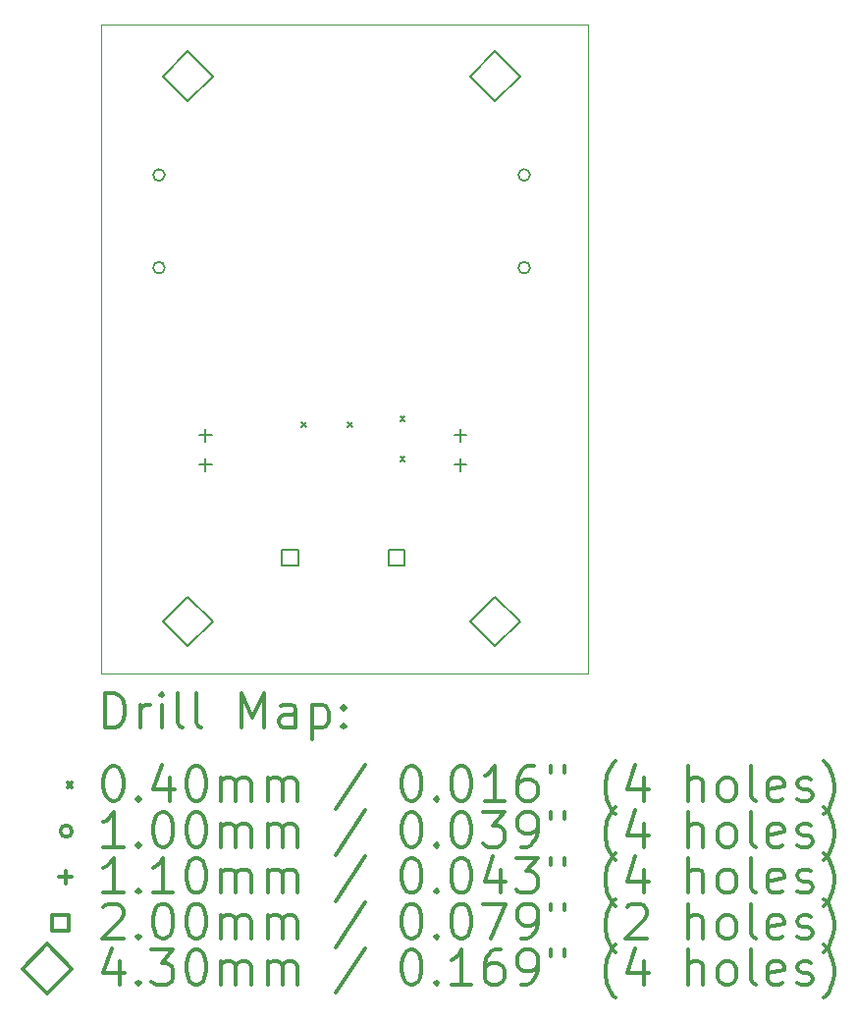
<source format=gbr>
%FSLAX45Y45*%
G04 Gerber Fmt 4.5, Leading zero omitted, Abs format (unit mm)*
G04 Created by KiCad (PCBNEW 5.1.6-c6e7f7d~87~ubuntu20.04.1) date 2020-09-21 11:45:57*
%MOMM*%
%LPD*%
G01*
G04 APERTURE LIST*
%TA.AperFunction,Profile*%
%ADD10C,0.050000*%
%TD*%
%ADD11C,0.200000*%
%ADD12C,0.300000*%
G04 APERTURE END LIST*
D10*
X3700000Y-1900000D02*
X7900000Y-1900000D01*
X3700000Y-1900000D02*
X3700000Y-7500000D01*
X7900000Y-7500000D02*
X3700000Y-7500000D01*
X7900000Y-1900000D02*
X7900000Y-7500000D01*
D11*
X5430000Y-5330000D02*
X5470000Y-5370000D01*
X5470000Y-5330000D02*
X5430000Y-5370000D01*
X5830000Y-5330000D02*
X5870000Y-5370000D01*
X5870000Y-5330000D02*
X5830000Y-5370000D01*
X6280000Y-5280000D02*
X6320000Y-5320000D01*
X6320000Y-5280000D02*
X6280000Y-5320000D01*
X6280000Y-5630000D02*
X6320000Y-5670000D01*
X6320000Y-5630000D02*
X6280000Y-5670000D01*
X7400000Y-3200000D02*
G75*
G03*
X7400000Y-3200000I-50000J0D01*
G01*
X7400000Y-4000000D02*
G75*
G03*
X7400000Y-4000000I-50000J0D01*
G01*
X4250000Y-3200000D02*
G75*
G03*
X4250000Y-3200000I-50000J0D01*
G01*
X4250000Y-4000000D02*
G75*
G03*
X4250000Y-4000000I-50000J0D01*
G01*
X4600000Y-5391000D02*
X4600000Y-5501000D01*
X4545000Y-5446000D02*
X4655000Y-5446000D01*
X4600000Y-5645000D02*
X4600000Y-5755000D01*
X4545000Y-5700000D02*
X4655000Y-5700000D01*
X6800000Y-5391000D02*
X6800000Y-5501000D01*
X6745000Y-5446000D02*
X6855000Y-5446000D01*
X6800000Y-5645000D02*
X6800000Y-5755000D01*
X6745000Y-5700000D02*
X6855000Y-5700000D01*
X5400711Y-6570711D02*
X5400711Y-6429289D01*
X5259289Y-6429289D01*
X5259289Y-6570711D01*
X5400711Y-6570711D01*
X6320711Y-6570711D02*
X6320711Y-6429289D01*
X6179289Y-6429289D01*
X6179289Y-6570711D01*
X6320711Y-6570711D01*
X4450000Y-2565000D02*
X4665000Y-2350000D01*
X4450000Y-2135000D01*
X4235000Y-2350000D01*
X4450000Y-2565000D01*
X4450000Y-7265000D02*
X4665000Y-7050000D01*
X4450000Y-6835000D01*
X4235000Y-7050000D01*
X4450000Y-7265000D01*
X7100000Y-7265000D02*
X7315000Y-7050000D01*
X7100000Y-6835000D01*
X6885000Y-7050000D01*
X7100000Y-7265000D01*
X7100000Y-2565000D02*
X7315000Y-2350000D01*
X7100000Y-2135000D01*
X6885000Y-2350000D01*
X7100000Y-2565000D01*
D12*
X3736428Y-7968214D02*
X3736428Y-7668214D01*
X3807857Y-7668214D01*
X3850714Y-7682500D01*
X3879286Y-7711071D01*
X3893571Y-7739643D01*
X3907857Y-7796786D01*
X3907857Y-7839643D01*
X3893571Y-7896786D01*
X3879286Y-7925357D01*
X3850714Y-7953929D01*
X3807857Y-7968214D01*
X3736428Y-7968214D01*
X4036428Y-7968214D02*
X4036428Y-7768214D01*
X4036428Y-7825357D02*
X4050714Y-7796786D01*
X4065000Y-7782500D01*
X4093571Y-7768214D01*
X4122143Y-7768214D01*
X4222143Y-7968214D02*
X4222143Y-7768214D01*
X4222143Y-7668214D02*
X4207857Y-7682500D01*
X4222143Y-7696786D01*
X4236429Y-7682500D01*
X4222143Y-7668214D01*
X4222143Y-7696786D01*
X4407857Y-7968214D02*
X4379286Y-7953929D01*
X4365000Y-7925357D01*
X4365000Y-7668214D01*
X4565000Y-7968214D02*
X4536429Y-7953929D01*
X4522143Y-7925357D01*
X4522143Y-7668214D01*
X4907857Y-7968214D02*
X4907857Y-7668214D01*
X5007857Y-7882500D01*
X5107857Y-7668214D01*
X5107857Y-7968214D01*
X5379286Y-7968214D02*
X5379286Y-7811071D01*
X5365000Y-7782500D01*
X5336429Y-7768214D01*
X5279286Y-7768214D01*
X5250714Y-7782500D01*
X5379286Y-7953929D02*
X5350714Y-7968214D01*
X5279286Y-7968214D01*
X5250714Y-7953929D01*
X5236429Y-7925357D01*
X5236429Y-7896786D01*
X5250714Y-7868214D01*
X5279286Y-7853929D01*
X5350714Y-7853929D01*
X5379286Y-7839643D01*
X5522143Y-7768214D02*
X5522143Y-8068214D01*
X5522143Y-7782500D02*
X5550714Y-7768214D01*
X5607857Y-7768214D01*
X5636428Y-7782500D01*
X5650714Y-7796786D01*
X5665000Y-7825357D01*
X5665000Y-7911071D01*
X5650714Y-7939643D01*
X5636428Y-7953929D01*
X5607857Y-7968214D01*
X5550714Y-7968214D01*
X5522143Y-7953929D01*
X5793571Y-7939643D02*
X5807857Y-7953929D01*
X5793571Y-7968214D01*
X5779286Y-7953929D01*
X5793571Y-7939643D01*
X5793571Y-7968214D01*
X5793571Y-7782500D02*
X5807857Y-7796786D01*
X5793571Y-7811071D01*
X5779286Y-7796786D01*
X5793571Y-7782500D01*
X5793571Y-7811071D01*
X3410000Y-8442500D02*
X3450000Y-8482500D01*
X3450000Y-8442500D02*
X3410000Y-8482500D01*
X3793571Y-8298214D02*
X3822143Y-8298214D01*
X3850714Y-8312500D01*
X3865000Y-8326786D01*
X3879286Y-8355357D01*
X3893571Y-8412500D01*
X3893571Y-8483929D01*
X3879286Y-8541072D01*
X3865000Y-8569643D01*
X3850714Y-8583929D01*
X3822143Y-8598214D01*
X3793571Y-8598214D01*
X3765000Y-8583929D01*
X3750714Y-8569643D01*
X3736428Y-8541072D01*
X3722143Y-8483929D01*
X3722143Y-8412500D01*
X3736428Y-8355357D01*
X3750714Y-8326786D01*
X3765000Y-8312500D01*
X3793571Y-8298214D01*
X4022143Y-8569643D02*
X4036428Y-8583929D01*
X4022143Y-8598214D01*
X4007857Y-8583929D01*
X4022143Y-8569643D01*
X4022143Y-8598214D01*
X4293571Y-8398214D02*
X4293571Y-8598214D01*
X4222143Y-8283929D02*
X4150714Y-8498214D01*
X4336429Y-8498214D01*
X4507857Y-8298214D02*
X4536429Y-8298214D01*
X4565000Y-8312500D01*
X4579286Y-8326786D01*
X4593571Y-8355357D01*
X4607857Y-8412500D01*
X4607857Y-8483929D01*
X4593571Y-8541072D01*
X4579286Y-8569643D01*
X4565000Y-8583929D01*
X4536429Y-8598214D01*
X4507857Y-8598214D01*
X4479286Y-8583929D01*
X4465000Y-8569643D01*
X4450714Y-8541072D01*
X4436429Y-8483929D01*
X4436429Y-8412500D01*
X4450714Y-8355357D01*
X4465000Y-8326786D01*
X4479286Y-8312500D01*
X4507857Y-8298214D01*
X4736429Y-8598214D02*
X4736429Y-8398214D01*
X4736429Y-8426786D02*
X4750714Y-8412500D01*
X4779286Y-8398214D01*
X4822143Y-8398214D01*
X4850714Y-8412500D01*
X4865000Y-8441072D01*
X4865000Y-8598214D01*
X4865000Y-8441072D02*
X4879286Y-8412500D01*
X4907857Y-8398214D01*
X4950714Y-8398214D01*
X4979286Y-8412500D01*
X4993571Y-8441072D01*
X4993571Y-8598214D01*
X5136429Y-8598214D02*
X5136429Y-8398214D01*
X5136429Y-8426786D02*
X5150714Y-8412500D01*
X5179286Y-8398214D01*
X5222143Y-8398214D01*
X5250714Y-8412500D01*
X5265000Y-8441072D01*
X5265000Y-8598214D01*
X5265000Y-8441072D02*
X5279286Y-8412500D01*
X5307857Y-8398214D01*
X5350714Y-8398214D01*
X5379286Y-8412500D01*
X5393571Y-8441072D01*
X5393571Y-8598214D01*
X5979286Y-8283929D02*
X5722143Y-8669643D01*
X6365000Y-8298214D02*
X6393571Y-8298214D01*
X6422143Y-8312500D01*
X6436428Y-8326786D01*
X6450714Y-8355357D01*
X6465000Y-8412500D01*
X6465000Y-8483929D01*
X6450714Y-8541072D01*
X6436428Y-8569643D01*
X6422143Y-8583929D01*
X6393571Y-8598214D01*
X6365000Y-8598214D01*
X6336428Y-8583929D01*
X6322143Y-8569643D01*
X6307857Y-8541072D01*
X6293571Y-8483929D01*
X6293571Y-8412500D01*
X6307857Y-8355357D01*
X6322143Y-8326786D01*
X6336428Y-8312500D01*
X6365000Y-8298214D01*
X6593571Y-8569643D02*
X6607857Y-8583929D01*
X6593571Y-8598214D01*
X6579286Y-8583929D01*
X6593571Y-8569643D01*
X6593571Y-8598214D01*
X6793571Y-8298214D02*
X6822143Y-8298214D01*
X6850714Y-8312500D01*
X6865000Y-8326786D01*
X6879286Y-8355357D01*
X6893571Y-8412500D01*
X6893571Y-8483929D01*
X6879286Y-8541072D01*
X6865000Y-8569643D01*
X6850714Y-8583929D01*
X6822143Y-8598214D01*
X6793571Y-8598214D01*
X6765000Y-8583929D01*
X6750714Y-8569643D01*
X6736428Y-8541072D01*
X6722143Y-8483929D01*
X6722143Y-8412500D01*
X6736428Y-8355357D01*
X6750714Y-8326786D01*
X6765000Y-8312500D01*
X6793571Y-8298214D01*
X7179286Y-8598214D02*
X7007857Y-8598214D01*
X7093571Y-8598214D02*
X7093571Y-8298214D01*
X7065000Y-8341071D01*
X7036428Y-8369643D01*
X7007857Y-8383929D01*
X7436428Y-8298214D02*
X7379286Y-8298214D01*
X7350714Y-8312500D01*
X7336428Y-8326786D01*
X7307857Y-8369643D01*
X7293571Y-8426786D01*
X7293571Y-8541072D01*
X7307857Y-8569643D01*
X7322143Y-8583929D01*
X7350714Y-8598214D01*
X7407857Y-8598214D01*
X7436428Y-8583929D01*
X7450714Y-8569643D01*
X7465000Y-8541072D01*
X7465000Y-8469643D01*
X7450714Y-8441072D01*
X7436428Y-8426786D01*
X7407857Y-8412500D01*
X7350714Y-8412500D01*
X7322143Y-8426786D01*
X7307857Y-8441072D01*
X7293571Y-8469643D01*
X7579286Y-8298214D02*
X7579286Y-8355357D01*
X7693571Y-8298214D02*
X7693571Y-8355357D01*
X8136428Y-8712500D02*
X8122143Y-8698214D01*
X8093571Y-8655357D01*
X8079286Y-8626786D01*
X8065000Y-8583929D01*
X8050714Y-8512500D01*
X8050714Y-8455357D01*
X8065000Y-8383929D01*
X8079286Y-8341071D01*
X8093571Y-8312500D01*
X8122143Y-8269643D01*
X8136428Y-8255357D01*
X8379286Y-8398214D02*
X8379286Y-8598214D01*
X8307857Y-8283929D02*
X8236428Y-8498214D01*
X8422143Y-8498214D01*
X8765000Y-8598214D02*
X8765000Y-8298214D01*
X8893571Y-8598214D02*
X8893571Y-8441072D01*
X8879286Y-8412500D01*
X8850714Y-8398214D01*
X8807857Y-8398214D01*
X8779286Y-8412500D01*
X8765000Y-8426786D01*
X9079286Y-8598214D02*
X9050714Y-8583929D01*
X9036429Y-8569643D01*
X9022143Y-8541072D01*
X9022143Y-8455357D01*
X9036429Y-8426786D01*
X9050714Y-8412500D01*
X9079286Y-8398214D01*
X9122143Y-8398214D01*
X9150714Y-8412500D01*
X9165000Y-8426786D01*
X9179286Y-8455357D01*
X9179286Y-8541072D01*
X9165000Y-8569643D01*
X9150714Y-8583929D01*
X9122143Y-8598214D01*
X9079286Y-8598214D01*
X9350714Y-8598214D02*
X9322143Y-8583929D01*
X9307857Y-8555357D01*
X9307857Y-8298214D01*
X9579286Y-8583929D02*
X9550714Y-8598214D01*
X9493571Y-8598214D01*
X9465000Y-8583929D01*
X9450714Y-8555357D01*
X9450714Y-8441072D01*
X9465000Y-8412500D01*
X9493571Y-8398214D01*
X9550714Y-8398214D01*
X9579286Y-8412500D01*
X9593571Y-8441072D01*
X9593571Y-8469643D01*
X9450714Y-8498214D01*
X9707857Y-8583929D02*
X9736429Y-8598214D01*
X9793571Y-8598214D01*
X9822143Y-8583929D01*
X9836429Y-8555357D01*
X9836429Y-8541072D01*
X9822143Y-8512500D01*
X9793571Y-8498214D01*
X9750714Y-8498214D01*
X9722143Y-8483929D01*
X9707857Y-8455357D01*
X9707857Y-8441072D01*
X9722143Y-8412500D01*
X9750714Y-8398214D01*
X9793571Y-8398214D01*
X9822143Y-8412500D01*
X9936429Y-8712500D02*
X9950714Y-8698214D01*
X9979286Y-8655357D01*
X9993571Y-8626786D01*
X10007857Y-8583929D01*
X10022143Y-8512500D01*
X10022143Y-8455357D01*
X10007857Y-8383929D01*
X9993571Y-8341071D01*
X9979286Y-8312500D01*
X9950714Y-8269643D01*
X9936429Y-8255357D01*
X3450000Y-8858500D02*
G75*
G03*
X3450000Y-8858500I-50000J0D01*
G01*
X3893571Y-8994214D02*
X3722143Y-8994214D01*
X3807857Y-8994214D02*
X3807857Y-8694214D01*
X3779286Y-8737072D01*
X3750714Y-8765643D01*
X3722143Y-8779929D01*
X4022143Y-8965643D02*
X4036428Y-8979929D01*
X4022143Y-8994214D01*
X4007857Y-8979929D01*
X4022143Y-8965643D01*
X4022143Y-8994214D01*
X4222143Y-8694214D02*
X4250714Y-8694214D01*
X4279286Y-8708500D01*
X4293571Y-8722786D01*
X4307857Y-8751357D01*
X4322143Y-8808500D01*
X4322143Y-8879929D01*
X4307857Y-8937072D01*
X4293571Y-8965643D01*
X4279286Y-8979929D01*
X4250714Y-8994214D01*
X4222143Y-8994214D01*
X4193571Y-8979929D01*
X4179286Y-8965643D01*
X4165000Y-8937072D01*
X4150714Y-8879929D01*
X4150714Y-8808500D01*
X4165000Y-8751357D01*
X4179286Y-8722786D01*
X4193571Y-8708500D01*
X4222143Y-8694214D01*
X4507857Y-8694214D02*
X4536429Y-8694214D01*
X4565000Y-8708500D01*
X4579286Y-8722786D01*
X4593571Y-8751357D01*
X4607857Y-8808500D01*
X4607857Y-8879929D01*
X4593571Y-8937072D01*
X4579286Y-8965643D01*
X4565000Y-8979929D01*
X4536429Y-8994214D01*
X4507857Y-8994214D01*
X4479286Y-8979929D01*
X4465000Y-8965643D01*
X4450714Y-8937072D01*
X4436429Y-8879929D01*
X4436429Y-8808500D01*
X4450714Y-8751357D01*
X4465000Y-8722786D01*
X4479286Y-8708500D01*
X4507857Y-8694214D01*
X4736429Y-8994214D02*
X4736429Y-8794214D01*
X4736429Y-8822786D02*
X4750714Y-8808500D01*
X4779286Y-8794214D01*
X4822143Y-8794214D01*
X4850714Y-8808500D01*
X4865000Y-8837072D01*
X4865000Y-8994214D01*
X4865000Y-8837072D02*
X4879286Y-8808500D01*
X4907857Y-8794214D01*
X4950714Y-8794214D01*
X4979286Y-8808500D01*
X4993571Y-8837072D01*
X4993571Y-8994214D01*
X5136429Y-8994214D02*
X5136429Y-8794214D01*
X5136429Y-8822786D02*
X5150714Y-8808500D01*
X5179286Y-8794214D01*
X5222143Y-8794214D01*
X5250714Y-8808500D01*
X5265000Y-8837072D01*
X5265000Y-8994214D01*
X5265000Y-8837072D02*
X5279286Y-8808500D01*
X5307857Y-8794214D01*
X5350714Y-8794214D01*
X5379286Y-8808500D01*
X5393571Y-8837072D01*
X5393571Y-8994214D01*
X5979286Y-8679929D02*
X5722143Y-9065643D01*
X6365000Y-8694214D02*
X6393571Y-8694214D01*
X6422143Y-8708500D01*
X6436428Y-8722786D01*
X6450714Y-8751357D01*
X6465000Y-8808500D01*
X6465000Y-8879929D01*
X6450714Y-8937072D01*
X6436428Y-8965643D01*
X6422143Y-8979929D01*
X6393571Y-8994214D01*
X6365000Y-8994214D01*
X6336428Y-8979929D01*
X6322143Y-8965643D01*
X6307857Y-8937072D01*
X6293571Y-8879929D01*
X6293571Y-8808500D01*
X6307857Y-8751357D01*
X6322143Y-8722786D01*
X6336428Y-8708500D01*
X6365000Y-8694214D01*
X6593571Y-8965643D02*
X6607857Y-8979929D01*
X6593571Y-8994214D01*
X6579286Y-8979929D01*
X6593571Y-8965643D01*
X6593571Y-8994214D01*
X6793571Y-8694214D02*
X6822143Y-8694214D01*
X6850714Y-8708500D01*
X6865000Y-8722786D01*
X6879286Y-8751357D01*
X6893571Y-8808500D01*
X6893571Y-8879929D01*
X6879286Y-8937072D01*
X6865000Y-8965643D01*
X6850714Y-8979929D01*
X6822143Y-8994214D01*
X6793571Y-8994214D01*
X6765000Y-8979929D01*
X6750714Y-8965643D01*
X6736428Y-8937072D01*
X6722143Y-8879929D01*
X6722143Y-8808500D01*
X6736428Y-8751357D01*
X6750714Y-8722786D01*
X6765000Y-8708500D01*
X6793571Y-8694214D01*
X6993571Y-8694214D02*
X7179286Y-8694214D01*
X7079286Y-8808500D01*
X7122143Y-8808500D01*
X7150714Y-8822786D01*
X7165000Y-8837072D01*
X7179286Y-8865643D01*
X7179286Y-8937072D01*
X7165000Y-8965643D01*
X7150714Y-8979929D01*
X7122143Y-8994214D01*
X7036428Y-8994214D01*
X7007857Y-8979929D01*
X6993571Y-8965643D01*
X7322143Y-8994214D02*
X7379286Y-8994214D01*
X7407857Y-8979929D01*
X7422143Y-8965643D01*
X7450714Y-8922786D01*
X7465000Y-8865643D01*
X7465000Y-8751357D01*
X7450714Y-8722786D01*
X7436428Y-8708500D01*
X7407857Y-8694214D01*
X7350714Y-8694214D01*
X7322143Y-8708500D01*
X7307857Y-8722786D01*
X7293571Y-8751357D01*
X7293571Y-8822786D01*
X7307857Y-8851357D01*
X7322143Y-8865643D01*
X7350714Y-8879929D01*
X7407857Y-8879929D01*
X7436428Y-8865643D01*
X7450714Y-8851357D01*
X7465000Y-8822786D01*
X7579286Y-8694214D02*
X7579286Y-8751357D01*
X7693571Y-8694214D02*
X7693571Y-8751357D01*
X8136428Y-9108500D02*
X8122143Y-9094214D01*
X8093571Y-9051357D01*
X8079286Y-9022786D01*
X8065000Y-8979929D01*
X8050714Y-8908500D01*
X8050714Y-8851357D01*
X8065000Y-8779929D01*
X8079286Y-8737072D01*
X8093571Y-8708500D01*
X8122143Y-8665643D01*
X8136428Y-8651357D01*
X8379286Y-8794214D02*
X8379286Y-8994214D01*
X8307857Y-8679929D02*
X8236428Y-8894214D01*
X8422143Y-8894214D01*
X8765000Y-8994214D02*
X8765000Y-8694214D01*
X8893571Y-8994214D02*
X8893571Y-8837072D01*
X8879286Y-8808500D01*
X8850714Y-8794214D01*
X8807857Y-8794214D01*
X8779286Y-8808500D01*
X8765000Y-8822786D01*
X9079286Y-8994214D02*
X9050714Y-8979929D01*
X9036429Y-8965643D01*
X9022143Y-8937072D01*
X9022143Y-8851357D01*
X9036429Y-8822786D01*
X9050714Y-8808500D01*
X9079286Y-8794214D01*
X9122143Y-8794214D01*
X9150714Y-8808500D01*
X9165000Y-8822786D01*
X9179286Y-8851357D01*
X9179286Y-8937072D01*
X9165000Y-8965643D01*
X9150714Y-8979929D01*
X9122143Y-8994214D01*
X9079286Y-8994214D01*
X9350714Y-8994214D02*
X9322143Y-8979929D01*
X9307857Y-8951357D01*
X9307857Y-8694214D01*
X9579286Y-8979929D02*
X9550714Y-8994214D01*
X9493571Y-8994214D01*
X9465000Y-8979929D01*
X9450714Y-8951357D01*
X9450714Y-8837072D01*
X9465000Y-8808500D01*
X9493571Y-8794214D01*
X9550714Y-8794214D01*
X9579286Y-8808500D01*
X9593571Y-8837072D01*
X9593571Y-8865643D01*
X9450714Y-8894214D01*
X9707857Y-8979929D02*
X9736429Y-8994214D01*
X9793571Y-8994214D01*
X9822143Y-8979929D01*
X9836429Y-8951357D01*
X9836429Y-8937072D01*
X9822143Y-8908500D01*
X9793571Y-8894214D01*
X9750714Y-8894214D01*
X9722143Y-8879929D01*
X9707857Y-8851357D01*
X9707857Y-8837072D01*
X9722143Y-8808500D01*
X9750714Y-8794214D01*
X9793571Y-8794214D01*
X9822143Y-8808500D01*
X9936429Y-9108500D02*
X9950714Y-9094214D01*
X9979286Y-9051357D01*
X9993571Y-9022786D01*
X10007857Y-8979929D01*
X10022143Y-8908500D01*
X10022143Y-8851357D01*
X10007857Y-8779929D01*
X9993571Y-8737072D01*
X9979286Y-8708500D01*
X9950714Y-8665643D01*
X9936429Y-8651357D01*
X3395000Y-9199500D02*
X3395000Y-9309500D01*
X3340000Y-9254500D02*
X3450000Y-9254500D01*
X3893571Y-9390214D02*
X3722143Y-9390214D01*
X3807857Y-9390214D02*
X3807857Y-9090214D01*
X3779286Y-9133072D01*
X3750714Y-9161643D01*
X3722143Y-9175929D01*
X4022143Y-9361643D02*
X4036428Y-9375929D01*
X4022143Y-9390214D01*
X4007857Y-9375929D01*
X4022143Y-9361643D01*
X4022143Y-9390214D01*
X4322143Y-9390214D02*
X4150714Y-9390214D01*
X4236429Y-9390214D02*
X4236429Y-9090214D01*
X4207857Y-9133072D01*
X4179286Y-9161643D01*
X4150714Y-9175929D01*
X4507857Y-9090214D02*
X4536429Y-9090214D01*
X4565000Y-9104500D01*
X4579286Y-9118786D01*
X4593571Y-9147357D01*
X4607857Y-9204500D01*
X4607857Y-9275929D01*
X4593571Y-9333072D01*
X4579286Y-9361643D01*
X4565000Y-9375929D01*
X4536429Y-9390214D01*
X4507857Y-9390214D01*
X4479286Y-9375929D01*
X4465000Y-9361643D01*
X4450714Y-9333072D01*
X4436429Y-9275929D01*
X4436429Y-9204500D01*
X4450714Y-9147357D01*
X4465000Y-9118786D01*
X4479286Y-9104500D01*
X4507857Y-9090214D01*
X4736429Y-9390214D02*
X4736429Y-9190214D01*
X4736429Y-9218786D02*
X4750714Y-9204500D01*
X4779286Y-9190214D01*
X4822143Y-9190214D01*
X4850714Y-9204500D01*
X4865000Y-9233072D01*
X4865000Y-9390214D01*
X4865000Y-9233072D02*
X4879286Y-9204500D01*
X4907857Y-9190214D01*
X4950714Y-9190214D01*
X4979286Y-9204500D01*
X4993571Y-9233072D01*
X4993571Y-9390214D01*
X5136429Y-9390214D02*
X5136429Y-9190214D01*
X5136429Y-9218786D02*
X5150714Y-9204500D01*
X5179286Y-9190214D01*
X5222143Y-9190214D01*
X5250714Y-9204500D01*
X5265000Y-9233072D01*
X5265000Y-9390214D01*
X5265000Y-9233072D02*
X5279286Y-9204500D01*
X5307857Y-9190214D01*
X5350714Y-9190214D01*
X5379286Y-9204500D01*
X5393571Y-9233072D01*
X5393571Y-9390214D01*
X5979286Y-9075929D02*
X5722143Y-9461643D01*
X6365000Y-9090214D02*
X6393571Y-9090214D01*
X6422143Y-9104500D01*
X6436428Y-9118786D01*
X6450714Y-9147357D01*
X6465000Y-9204500D01*
X6465000Y-9275929D01*
X6450714Y-9333072D01*
X6436428Y-9361643D01*
X6422143Y-9375929D01*
X6393571Y-9390214D01*
X6365000Y-9390214D01*
X6336428Y-9375929D01*
X6322143Y-9361643D01*
X6307857Y-9333072D01*
X6293571Y-9275929D01*
X6293571Y-9204500D01*
X6307857Y-9147357D01*
X6322143Y-9118786D01*
X6336428Y-9104500D01*
X6365000Y-9090214D01*
X6593571Y-9361643D02*
X6607857Y-9375929D01*
X6593571Y-9390214D01*
X6579286Y-9375929D01*
X6593571Y-9361643D01*
X6593571Y-9390214D01*
X6793571Y-9090214D02*
X6822143Y-9090214D01*
X6850714Y-9104500D01*
X6865000Y-9118786D01*
X6879286Y-9147357D01*
X6893571Y-9204500D01*
X6893571Y-9275929D01*
X6879286Y-9333072D01*
X6865000Y-9361643D01*
X6850714Y-9375929D01*
X6822143Y-9390214D01*
X6793571Y-9390214D01*
X6765000Y-9375929D01*
X6750714Y-9361643D01*
X6736428Y-9333072D01*
X6722143Y-9275929D01*
X6722143Y-9204500D01*
X6736428Y-9147357D01*
X6750714Y-9118786D01*
X6765000Y-9104500D01*
X6793571Y-9090214D01*
X7150714Y-9190214D02*
X7150714Y-9390214D01*
X7079286Y-9075929D02*
X7007857Y-9290214D01*
X7193571Y-9290214D01*
X7279286Y-9090214D02*
X7465000Y-9090214D01*
X7365000Y-9204500D01*
X7407857Y-9204500D01*
X7436428Y-9218786D01*
X7450714Y-9233072D01*
X7465000Y-9261643D01*
X7465000Y-9333072D01*
X7450714Y-9361643D01*
X7436428Y-9375929D01*
X7407857Y-9390214D01*
X7322143Y-9390214D01*
X7293571Y-9375929D01*
X7279286Y-9361643D01*
X7579286Y-9090214D02*
X7579286Y-9147357D01*
X7693571Y-9090214D02*
X7693571Y-9147357D01*
X8136428Y-9504500D02*
X8122143Y-9490214D01*
X8093571Y-9447357D01*
X8079286Y-9418786D01*
X8065000Y-9375929D01*
X8050714Y-9304500D01*
X8050714Y-9247357D01*
X8065000Y-9175929D01*
X8079286Y-9133072D01*
X8093571Y-9104500D01*
X8122143Y-9061643D01*
X8136428Y-9047357D01*
X8379286Y-9190214D02*
X8379286Y-9390214D01*
X8307857Y-9075929D02*
X8236428Y-9290214D01*
X8422143Y-9290214D01*
X8765000Y-9390214D02*
X8765000Y-9090214D01*
X8893571Y-9390214D02*
X8893571Y-9233072D01*
X8879286Y-9204500D01*
X8850714Y-9190214D01*
X8807857Y-9190214D01*
X8779286Y-9204500D01*
X8765000Y-9218786D01*
X9079286Y-9390214D02*
X9050714Y-9375929D01*
X9036429Y-9361643D01*
X9022143Y-9333072D01*
X9022143Y-9247357D01*
X9036429Y-9218786D01*
X9050714Y-9204500D01*
X9079286Y-9190214D01*
X9122143Y-9190214D01*
X9150714Y-9204500D01*
X9165000Y-9218786D01*
X9179286Y-9247357D01*
X9179286Y-9333072D01*
X9165000Y-9361643D01*
X9150714Y-9375929D01*
X9122143Y-9390214D01*
X9079286Y-9390214D01*
X9350714Y-9390214D02*
X9322143Y-9375929D01*
X9307857Y-9347357D01*
X9307857Y-9090214D01*
X9579286Y-9375929D02*
X9550714Y-9390214D01*
X9493571Y-9390214D01*
X9465000Y-9375929D01*
X9450714Y-9347357D01*
X9450714Y-9233072D01*
X9465000Y-9204500D01*
X9493571Y-9190214D01*
X9550714Y-9190214D01*
X9579286Y-9204500D01*
X9593571Y-9233072D01*
X9593571Y-9261643D01*
X9450714Y-9290214D01*
X9707857Y-9375929D02*
X9736429Y-9390214D01*
X9793571Y-9390214D01*
X9822143Y-9375929D01*
X9836429Y-9347357D01*
X9836429Y-9333072D01*
X9822143Y-9304500D01*
X9793571Y-9290214D01*
X9750714Y-9290214D01*
X9722143Y-9275929D01*
X9707857Y-9247357D01*
X9707857Y-9233072D01*
X9722143Y-9204500D01*
X9750714Y-9190214D01*
X9793571Y-9190214D01*
X9822143Y-9204500D01*
X9936429Y-9504500D02*
X9950714Y-9490214D01*
X9979286Y-9447357D01*
X9993571Y-9418786D01*
X10007857Y-9375929D01*
X10022143Y-9304500D01*
X10022143Y-9247357D01*
X10007857Y-9175929D01*
X9993571Y-9133072D01*
X9979286Y-9104500D01*
X9950714Y-9061643D01*
X9936429Y-9047357D01*
X3420711Y-9721212D02*
X3420711Y-9579789D01*
X3279289Y-9579789D01*
X3279289Y-9721212D01*
X3420711Y-9721212D01*
X3722143Y-9514786D02*
X3736428Y-9500500D01*
X3765000Y-9486214D01*
X3836428Y-9486214D01*
X3865000Y-9500500D01*
X3879286Y-9514786D01*
X3893571Y-9543357D01*
X3893571Y-9571929D01*
X3879286Y-9614786D01*
X3707857Y-9786214D01*
X3893571Y-9786214D01*
X4022143Y-9757643D02*
X4036428Y-9771929D01*
X4022143Y-9786214D01*
X4007857Y-9771929D01*
X4022143Y-9757643D01*
X4022143Y-9786214D01*
X4222143Y-9486214D02*
X4250714Y-9486214D01*
X4279286Y-9500500D01*
X4293571Y-9514786D01*
X4307857Y-9543357D01*
X4322143Y-9600500D01*
X4322143Y-9671929D01*
X4307857Y-9729072D01*
X4293571Y-9757643D01*
X4279286Y-9771929D01*
X4250714Y-9786214D01*
X4222143Y-9786214D01*
X4193571Y-9771929D01*
X4179286Y-9757643D01*
X4165000Y-9729072D01*
X4150714Y-9671929D01*
X4150714Y-9600500D01*
X4165000Y-9543357D01*
X4179286Y-9514786D01*
X4193571Y-9500500D01*
X4222143Y-9486214D01*
X4507857Y-9486214D02*
X4536429Y-9486214D01*
X4565000Y-9500500D01*
X4579286Y-9514786D01*
X4593571Y-9543357D01*
X4607857Y-9600500D01*
X4607857Y-9671929D01*
X4593571Y-9729072D01*
X4579286Y-9757643D01*
X4565000Y-9771929D01*
X4536429Y-9786214D01*
X4507857Y-9786214D01*
X4479286Y-9771929D01*
X4465000Y-9757643D01*
X4450714Y-9729072D01*
X4436429Y-9671929D01*
X4436429Y-9600500D01*
X4450714Y-9543357D01*
X4465000Y-9514786D01*
X4479286Y-9500500D01*
X4507857Y-9486214D01*
X4736429Y-9786214D02*
X4736429Y-9586214D01*
X4736429Y-9614786D02*
X4750714Y-9600500D01*
X4779286Y-9586214D01*
X4822143Y-9586214D01*
X4850714Y-9600500D01*
X4865000Y-9629072D01*
X4865000Y-9786214D01*
X4865000Y-9629072D02*
X4879286Y-9600500D01*
X4907857Y-9586214D01*
X4950714Y-9586214D01*
X4979286Y-9600500D01*
X4993571Y-9629072D01*
X4993571Y-9786214D01*
X5136429Y-9786214D02*
X5136429Y-9586214D01*
X5136429Y-9614786D02*
X5150714Y-9600500D01*
X5179286Y-9586214D01*
X5222143Y-9586214D01*
X5250714Y-9600500D01*
X5265000Y-9629072D01*
X5265000Y-9786214D01*
X5265000Y-9629072D02*
X5279286Y-9600500D01*
X5307857Y-9586214D01*
X5350714Y-9586214D01*
X5379286Y-9600500D01*
X5393571Y-9629072D01*
X5393571Y-9786214D01*
X5979286Y-9471929D02*
X5722143Y-9857643D01*
X6365000Y-9486214D02*
X6393571Y-9486214D01*
X6422143Y-9500500D01*
X6436428Y-9514786D01*
X6450714Y-9543357D01*
X6465000Y-9600500D01*
X6465000Y-9671929D01*
X6450714Y-9729072D01*
X6436428Y-9757643D01*
X6422143Y-9771929D01*
X6393571Y-9786214D01*
X6365000Y-9786214D01*
X6336428Y-9771929D01*
X6322143Y-9757643D01*
X6307857Y-9729072D01*
X6293571Y-9671929D01*
X6293571Y-9600500D01*
X6307857Y-9543357D01*
X6322143Y-9514786D01*
X6336428Y-9500500D01*
X6365000Y-9486214D01*
X6593571Y-9757643D02*
X6607857Y-9771929D01*
X6593571Y-9786214D01*
X6579286Y-9771929D01*
X6593571Y-9757643D01*
X6593571Y-9786214D01*
X6793571Y-9486214D02*
X6822143Y-9486214D01*
X6850714Y-9500500D01*
X6865000Y-9514786D01*
X6879286Y-9543357D01*
X6893571Y-9600500D01*
X6893571Y-9671929D01*
X6879286Y-9729072D01*
X6865000Y-9757643D01*
X6850714Y-9771929D01*
X6822143Y-9786214D01*
X6793571Y-9786214D01*
X6765000Y-9771929D01*
X6750714Y-9757643D01*
X6736428Y-9729072D01*
X6722143Y-9671929D01*
X6722143Y-9600500D01*
X6736428Y-9543357D01*
X6750714Y-9514786D01*
X6765000Y-9500500D01*
X6793571Y-9486214D01*
X6993571Y-9486214D02*
X7193571Y-9486214D01*
X7065000Y-9786214D01*
X7322143Y-9786214D02*
X7379286Y-9786214D01*
X7407857Y-9771929D01*
X7422143Y-9757643D01*
X7450714Y-9714786D01*
X7465000Y-9657643D01*
X7465000Y-9543357D01*
X7450714Y-9514786D01*
X7436428Y-9500500D01*
X7407857Y-9486214D01*
X7350714Y-9486214D01*
X7322143Y-9500500D01*
X7307857Y-9514786D01*
X7293571Y-9543357D01*
X7293571Y-9614786D01*
X7307857Y-9643357D01*
X7322143Y-9657643D01*
X7350714Y-9671929D01*
X7407857Y-9671929D01*
X7436428Y-9657643D01*
X7450714Y-9643357D01*
X7465000Y-9614786D01*
X7579286Y-9486214D02*
X7579286Y-9543357D01*
X7693571Y-9486214D02*
X7693571Y-9543357D01*
X8136428Y-9900500D02*
X8122143Y-9886214D01*
X8093571Y-9843357D01*
X8079286Y-9814786D01*
X8065000Y-9771929D01*
X8050714Y-9700500D01*
X8050714Y-9643357D01*
X8065000Y-9571929D01*
X8079286Y-9529072D01*
X8093571Y-9500500D01*
X8122143Y-9457643D01*
X8136428Y-9443357D01*
X8236428Y-9514786D02*
X8250714Y-9500500D01*
X8279286Y-9486214D01*
X8350714Y-9486214D01*
X8379286Y-9500500D01*
X8393571Y-9514786D01*
X8407857Y-9543357D01*
X8407857Y-9571929D01*
X8393571Y-9614786D01*
X8222143Y-9786214D01*
X8407857Y-9786214D01*
X8765000Y-9786214D02*
X8765000Y-9486214D01*
X8893571Y-9786214D02*
X8893571Y-9629072D01*
X8879286Y-9600500D01*
X8850714Y-9586214D01*
X8807857Y-9586214D01*
X8779286Y-9600500D01*
X8765000Y-9614786D01*
X9079286Y-9786214D02*
X9050714Y-9771929D01*
X9036429Y-9757643D01*
X9022143Y-9729072D01*
X9022143Y-9643357D01*
X9036429Y-9614786D01*
X9050714Y-9600500D01*
X9079286Y-9586214D01*
X9122143Y-9586214D01*
X9150714Y-9600500D01*
X9165000Y-9614786D01*
X9179286Y-9643357D01*
X9179286Y-9729072D01*
X9165000Y-9757643D01*
X9150714Y-9771929D01*
X9122143Y-9786214D01*
X9079286Y-9786214D01*
X9350714Y-9786214D02*
X9322143Y-9771929D01*
X9307857Y-9743357D01*
X9307857Y-9486214D01*
X9579286Y-9771929D02*
X9550714Y-9786214D01*
X9493571Y-9786214D01*
X9465000Y-9771929D01*
X9450714Y-9743357D01*
X9450714Y-9629072D01*
X9465000Y-9600500D01*
X9493571Y-9586214D01*
X9550714Y-9586214D01*
X9579286Y-9600500D01*
X9593571Y-9629072D01*
X9593571Y-9657643D01*
X9450714Y-9686214D01*
X9707857Y-9771929D02*
X9736429Y-9786214D01*
X9793571Y-9786214D01*
X9822143Y-9771929D01*
X9836429Y-9743357D01*
X9836429Y-9729072D01*
X9822143Y-9700500D01*
X9793571Y-9686214D01*
X9750714Y-9686214D01*
X9722143Y-9671929D01*
X9707857Y-9643357D01*
X9707857Y-9629072D01*
X9722143Y-9600500D01*
X9750714Y-9586214D01*
X9793571Y-9586214D01*
X9822143Y-9600500D01*
X9936429Y-9900500D02*
X9950714Y-9886214D01*
X9979286Y-9843357D01*
X9993571Y-9814786D01*
X10007857Y-9771929D01*
X10022143Y-9700500D01*
X10022143Y-9643357D01*
X10007857Y-9571929D01*
X9993571Y-9529072D01*
X9979286Y-9500500D01*
X9950714Y-9457643D01*
X9936429Y-9443357D01*
X3235000Y-10261500D02*
X3450000Y-10046500D01*
X3235000Y-9831500D01*
X3020000Y-10046500D01*
X3235000Y-10261500D01*
X3865000Y-9982214D02*
X3865000Y-10182214D01*
X3793571Y-9867929D02*
X3722143Y-10082214D01*
X3907857Y-10082214D01*
X4022143Y-10153643D02*
X4036428Y-10167929D01*
X4022143Y-10182214D01*
X4007857Y-10167929D01*
X4022143Y-10153643D01*
X4022143Y-10182214D01*
X4136428Y-9882214D02*
X4322143Y-9882214D01*
X4222143Y-9996500D01*
X4265000Y-9996500D01*
X4293571Y-10010786D01*
X4307857Y-10025072D01*
X4322143Y-10053643D01*
X4322143Y-10125072D01*
X4307857Y-10153643D01*
X4293571Y-10167929D01*
X4265000Y-10182214D01*
X4179286Y-10182214D01*
X4150714Y-10167929D01*
X4136428Y-10153643D01*
X4507857Y-9882214D02*
X4536429Y-9882214D01*
X4565000Y-9896500D01*
X4579286Y-9910786D01*
X4593571Y-9939357D01*
X4607857Y-9996500D01*
X4607857Y-10067929D01*
X4593571Y-10125072D01*
X4579286Y-10153643D01*
X4565000Y-10167929D01*
X4536429Y-10182214D01*
X4507857Y-10182214D01*
X4479286Y-10167929D01*
X4465000Y-10153643D01*
X4450714Y-10125072D01*
X4436429Y-10067929D01*
X4436429Y-9996500D01*
X4450714Y-9939357D01*
X4465000Y-9910786D01*
X4479286Y-9896500D01*
X4507857Y-9882214D01*
X4736429Y-10182214D02*
X4736429Y-9982214D01*
X4736429Y-10010786D02*
X4750714Y-9996500D01*
X4779286Y-9982214D01*
X4822143Y-9982214D01*
X4850714Y-9996500D01*
X4865000Y-10025072D01*
X4865000Y-10182214D01*
X4865000Y-10025072D02*
X4879286Y-9996500D01*
X4907857Y-9982214D01*
X4950714Y-9982214D01*
X4979286Y-9996500D01*
X4993571Y-10025072D01*
X4993571Y-10182214D01*
X5136429Y-10182214D02*
X5136429Y-9982214D01*
X5136429Y-10010786D02*
X5150714Y-9996500D01*
X5179286Y-9982214D01*
X5222143Y-9982214D01*
X5250714Y-9996500D01*
X5265000Y-10025072D01*
X5265000Y-10182214D01*
X5265000Y-10025072D02*
X5279286Y-9996500D01*
X5307857Y-9982214D01*
X5350714Y-9982214D01*
X5379286Y-9996500D01*
X5393571Y-10025072D01*
X5393571Y-10182214D01*
X5979286Y-9867929D02*
X5722143Y-10253643D01*
X6365000Y-9882214D02*
X6393571Y-9882214D01*
X6422143Y-9896500D01*
X6436428Y-9910786D01*
X6450714Y-9939357D01*
X6465000Y-9996500D01*
X6465000Y-10067929D01*
X6450714Y-10125072D01*
X6436428Y-10153643D01*
X6422143Y-10167929D01*
X6393571Y-10182214D01*
X6365000Y-10182214D01*
X6336428Y-10167929D01*
X6322143Y-10153643D01*
X6307857Y-10125072D01*
X6293571Y-10067929D01*
X6293571Y-9996500D01*
X6307857Y-9939357D01*
X6322143Y-9910786D01*
X6336428Y-9896500D01*
X6365000Y-9882214D01*
X6593571Y-10153643D02*
X6607857Y-10167929D01*
X6593571Y-10182214D01*
X6579286Y-10167929D01*
X6593571Y-10153643D01*
X6593571Y-10182214D01*
X6893571Y-10182214D02*
X6722143Y-10182214D01*
X6807857Y-10182214D02*
X6807857Y-9882214D01*
X6779286Y-9925072D01*
X6750714Y-9953643D01*
X6722143Y-9967929D01*
X7150714Y-9882214D02*
X7093571Y-9882214D01*
X7065000Y-9896500D01*
X7050714Y-9910786D01*
X7022143Y-9953643D01*
X7007857Y-10010786D01*
X7007857Y-10125072D01*
X7022143Y-10153643D01*
X7036428Y-10167929D01*
X7065000Y-10182214D01*
X7122143Y-10182214D01*
X7150714Y-10167929D01*
X7165000Y-10153643D01*
X7179286Y-10125072D01*
X7179286Y-10053643D01*
X7165000Y-10025072D01*
X7150714Y-10010786D01*
X7122143Y-9996500D01*
X7065000Y-9996500D01*
X7036428Y-10010786D01*
X7022143Y-10025072D01*
X7007857Y-10053643D01*
X7322143Y-10182214D02*
X7379286Y-10182214D01*
X7407857Y-10167929D01*
X7422143Y-10153643D01*
X7450714Y-10110786D01*
X7465000Y-10053643D01*
X7465000Y-9939357D01*
X7450714Y-9910786D01*
X7436428Y-9896500D01*
X7407857Y-9882214D01*
X7350714Y-9882214D01*
X7322143Y-9896500D01*
X7307857Y-9910786D01*
X7293571Y-9939357D01*
X7293571Y-10010786D01*
X7307857Y-10039357D01*
X7322143Y-10053643D01*
X7350714Y-10067929D01*
X7407857Y-10067929D01*
X7436428Y-10053643D01*
X7450714Y-10039357D01*
X7465000Y-10010786D01*
X7579286Y-9882214D02*
X7579286Y-9939357D01*
X7693571Y-9882214D02*
X7693571Y-9939357D01*
X8136428Y-10296500D02*
X8122143Y-10282214D01*
X8093571Y-10239357D01*
X8079286Y-10210786D01*
X8065000Y-10167929D01*
X8050714Y-10096500D01*
X8050714Y-10039357D01*
X8065000Y-9967929D01*
X8079286Y-9925072D01*
X8093571Y-9896500D01*
X8122143Y-9853643D01*
X8136428Y-9839357D01*
X8379286Y-9982214D02*
X8379286Y-10182214D01*
X8307857Y-9867929D02*
X8236428Y-10082214D01*
X8422143Y-10082214D01*
X8765000Y-10182214D02*
X8765000Y-9882214D01*
X8893571Y-10182214D02*
X8893571Y-10025072D01*
X8879286Y-9996500D01*
X8850714Y-9982214D01*
X8807857Y-9982214D01*
X8779286Y-9996500D01*
X8765000Y-10010786D01*
X9079286Y-10182214D02*
X9050714Y-10167929D01*
X9036429Y-10153643D01*
X9022143Y-10125072D01*
X9022143Y-10039357D01*
X9036429Y-10010786D01*
X9050714Y-9996500D01*
X9079286Y-9982214D01*
X9122143Y-9982214D01*
X9150714Y-9996500D01*
X9165000Y-10010786D01*
X9179286Y-10039357D01*
X9179286Y-10125072D01*
X9165000Y-10153643D01*
X9150714Y-10167929D01*
X9122143Y-10182214D01*
X9079286Y-10182214D01*
X9350714Y-10182214D02*
X9322143Y-10167929D01*
X9307857Y-10139357D01*
X9307857Y-9882214D01*
X9579286Y-10167929D02*
X9550714Y-10182214D01*
X9493571Y-10182214D01*
X9465000Y-10167929D01*
X9450714Y-10139357D01*
X9450714Y-10025072D01*
X9465000Y-9996500D01*
X9493571Y-9982214D01*
X9550714Y-9982214D01*
X9579286Y-9996500D01*
X9593571Y-10025072D01*
X9593571Y-10053643D01*
X9450714Y-10082214D01*
X9707857Y-10167929D02*
X9736429Y-10182214D01*
X9793571Y-10182214D01*
X9822143Y-10167929D01*
X9836429Y-10139357D01*
X9836429Y-10125072D01*
X9822143Y-10096500D01*
X9793571Y-10082214D01*
X9750714Y-10082214D01*
X9722143Y-10067929D01*
X9707857Y-10039357D01*
X9707857Y-10025072D01*
X9722143Y-9996500D01*
X9750714Y-9982214D01*
X9793571Y-9982214D01*
X9822143Y-9996500D01*
X9936429Y-10296500D02*
X9950714Y-10282214D01*
X9979286Y-10239357D01*
X9993571Y-10210786D01*
X10007857Y-10167929D01*
X10022143Y-10096500D01*
X10022143Y-10039357D01*
X10007857Y-9967929D01*
X9993571Y-9925072D01*
X9979286Y-9896500D01*
X9950714Y-9853643D01*
X9936429Y-9839357D01*
M02*

</source>
